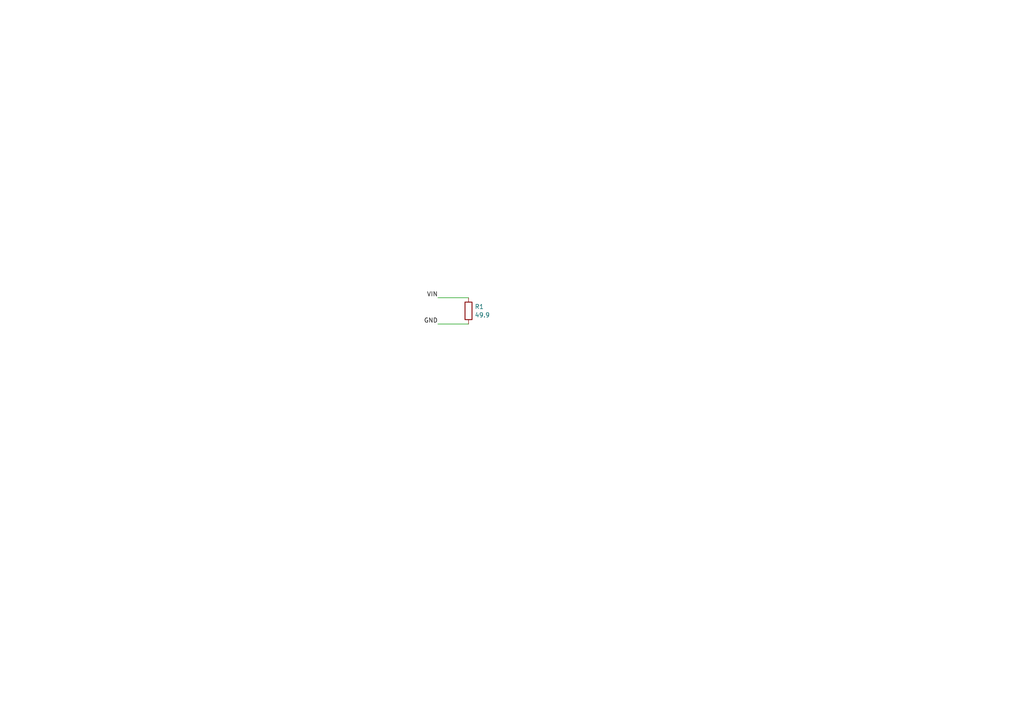
<source format=kicad_sch>
(kicad_sch (version 20231120) (generator "eeschema") (generator_version "8.0")
  (paper "A4")
  (lib_symbols
    (symbol "device:R" (pin_numbers hide) (pin_names (offset 0))
      (property "Reference" "R" (at 2.032 0 90))
      (property "Value" "R" (at 0 0 90))
      (symbol "R_0_1"
        (rectangle (start -1.016 -2.54) (end 1.016 2.54) (stroke (width 0.254)))
      )
      (symbol "R_1_1"
        (pin passive line (at 0 3.81 270) (length 1.27) (name "~") (number "1"))
        (pin passive line (at 0 -3.81 90) (length 1.27) (name "~") (number "2"))
      )
    )
  )
  (wire (pts (xy 127 93.98) (xy 135.89 93.98)))
  (wire (pts (xy 127 86.36) (xy 135.89 86.36)))
  (label "VIN" (at 127 86.36 180))
  (label "GND" (at 127 93.98 180))
  (symbol (lib_id "device:R") (at 135.89 90.17 0) (unit 1)
    (property "Reference" "R1" (at 137.668 88.9578 0) (effects (justify left)))
    (property "Value" "49.9" (at 137.668 91.3821 0) (effects (justify left)))
    (property "Footprint" "azonenberg_pcb:EIA_0402_RES_NOSILK" (effects (hide yes)))
    (property "Description" "Resistor" (effects (hide yes)))
  )
)
</source>
